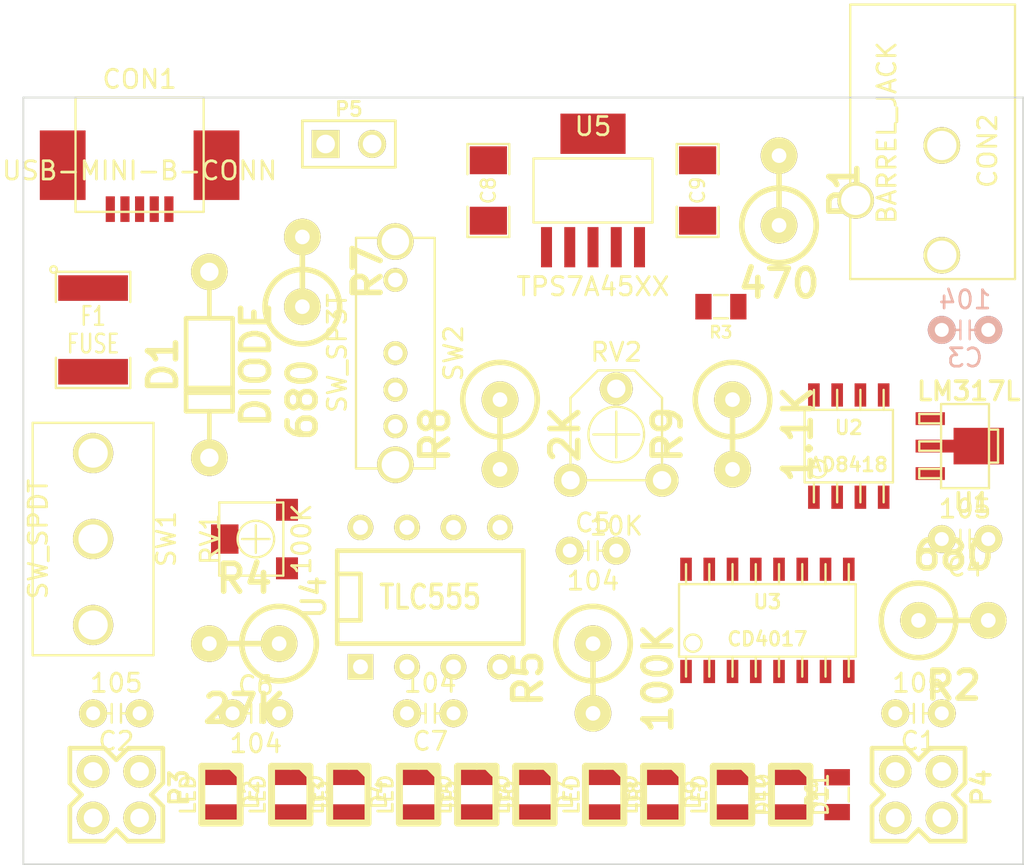
<source format=kicad_pcb>
(kicad_pcb (version 3) (host pcbnew "(2013-07-07 BZR 4022)-stable")

  (general
    (links 98)
    (no_connects 98)
    (area 175.487667 121.416 233.125856 168.960001)
    (thickness 1.6)
    (drawings 4)
    (tracks 0)
    (zones 0)
    (modules 44)
    (nets 30)
  )

  (page A3)
  (layers
    (15 F.Cu signal)
    (0 B.Cu signal)
    (20 B.SilkS user)
    (21 F.SilkS user)
    (22 B.Mask user)
    (23 F.Mask user)
    (28 Edge.Cuts user)
  )

  (setup
    (last_trace_width 0.254)
    (trace_clearance 0.254)
    (zone_clearance 0.508)
    (zone_45_only no)
    (trace_min 0.254)
    (segment_width 0.2)
    (edge_width 0.1)
    (via_size 0.889)
    (via_drill 0.635)
    (via_min_size 0.889)
    (via_min_drill 0.508)
    (uvia_size 0.508)
    (uvia_drill 0.127)
    (uvias_allowed no)
    (uvia_min_size 0.508)
    (uvia_min_drill 0.127)
    (pcb_text_width 0.3)
    (pcb_text_size 1.5 1.5)
    (mod_edge_width 0.127)
    (mod_text_size 1 1)
    (mod_text_width 0.15)
    (pad_size 2 2)
    (pad_drill 1.5)
    (pad_to_mask_clearance 0)
    (aux_axis_origin 0 0)
    (visible_elements 7FFFFBFF)
    (pcbplotparams
      (layerselection 3178497)
      (usegerberextensions true)
      (excludeedgelayer true)
      (linewidth 0.150000)
      (plotframeref false)
      (viasonmask false)
      (mode 1)
      (useauxorigin false)
      (hpglpennumber 1)
      (hpglpenspeed 20)
      (hpglpendiameter 15)
      (hpglpenoverlay 2)
      (psnegative false)
      (psa4output false)
      (plotreference true)
      (plotvalue true)
      (plotothertext true)
      (plotinvisibletext false)
      (padsonsilk false)
      (subtractmaskfromsilk false)
      (outputformat 1)
      (mirror false)
      (drillshape 1)
      (scaleselection 1)
      (outputdirectory ""))
  )

  (net 0 "")
  (net 1 /Connectors/GND)
  (net 2 /Connectors/VHIGH)
  (net 3 /Connectors/V_IN)
  (net 4 "/Main Regulator/VH")
  (net 5 "/Main Regulator/VOUT")
  (net 6 /Monitor/LED_CLK)
  (net 7 /Monitor/VCONTROL)
  (net 8 /Monitor/VIN)
  (net 9 /Monitor/VLED)
  (net 10 N-0000016)
  (net 11 N-0000017)
  (net 12 N-0000018)
  (net 13 N-0000019)
  (net 14 N-0000021)
  (net 15 N-0000023)
  (net 16 N-0000024)
  (net 17 N-0000025)
  (net 18 N-0000026)
  (net 19 N-0000027)
  (net 20 N-0000028)
  (net 21 N-0000029)
  (net 22 N-0000030)
  (net 23 N-0000032)
  (net 24 N-0000033)
  (net 25 N-0000034)
  (net 26 N-0000035)
  (net 27 N-0000036)
  (net 28 N-0000037)
  (net 29 N-000007)

  (net_class Default "This is the default net class."
    (clearance 0.254)
    (trace_width 0.254)
    (via_dia 0.889)
    (via_drill 0.635)
    (uvia_dia 0.508)
    (uvia_drill 0.127)
    (add_net "")
    (add_net /Connectors/GND)
    (add_net /Connectors/VHIGH)
    (add_net /Connectors/V_IN)
    (add_net "/Main Regulator/VH")
    (add_net "/Main Regulator/VOUT")
    (add_net /Monitor/LED_CLK)
    (add_net /Monitor/VCONTROL)
    (add_net /Monitor/VIN)
    (add_net /Monitor/VLED)
    (add_net N-0000016)
    (add_net N-0000017)
    (add_net N-0000018)
    (add_net N-0000019)
    (add_net N-0000021)
    (add_net N-0000023)
    (add_net N-0000024)
    (add_net N-0000025)
    (add_net N-0000026)
    (add_net N-0000027)
    (add_net N-0000028)
    (add_net N-0000029)
    (add_net N-0000030)
    (add_net N-0000032)
    (add_net N-0000033)
    (add_net N-0000034)
    (add_net N-0000035)
    (add_net N-0000036)
    (add_net N-0000037)
    (add_net N-000007)
  )

  (module SW_SPDT_CUSTOM (layer F.Cu) (tedit 53303DCF) (tstamp 533053E4)
    (at 181.61 151.13 270)
    (path /532BC956)
    (fp_text reference SW1 (at 0 -4 270) (layer F.SilkS)
      (effects (font (size 1 1) (thickness 0.15)))
    )
    (fp_text value SW_SPDT (at 0 3 270) (layer F.SilkS)
      (effects (font (size 1 1) (thickness 0.15)))
    )
    (fp_line (start -6.35 -3.3) (end 6.35 -3.3) (layer F.SilkS) (width 0.127))
    (fp_line (start 6.35 -3.3) (end 6.35 3.3) (layer F.SilkS) (width 0.127))
    (fp_line (start 6.35 3.3) (end -6.35 3.3) (layer F.SilkS) (width 0.127))
    (fp_line (start -6.35 3.3) (end -6.35 -3.3) (layer F.SilkS) (width 0.127))
    (pad 1 thru_hole circle (at -4.7 0 270) (size 2.2 2.2) (drill 1.6)
      (layers *.Cu *.Mask F.SilkS)
      (net 8 /Monitor/VIN)
    )
    (pad 2 thru_hole circle (at 0 0 270) (size 2.2 2.2) (drill 1.6)
      (layers *.Cu *.Mask F.SilkS)
      (net 2 /Connectors/VHIGH)
    )
    (pad 3 thru_hole circle (at 4.7 0 270) (size 2.2 2.2) (drill 1.6)
      (layers *.Cu *.Mask F.SilkS)
    )
  )

  (module SM1812 (layer F.Cu) (tedit 3D638E5E) (tstamp 5330548B)
    (at 181.61 139.7 270)
    (tags "CMS SM")
    (path /532FB02F/532FD20C)
    (attr smd)
    (fp_text reference F1 (at -0.74676 0 360) (layer F.SilkS)
      (effects (font (size 1.016 0.762) (thickness 0.127)))
    )
    (fp_text value FUSE (at 0.762 0 360) (layer F.SilkS)
      (effects (font (size 1.016 0.762) (thickness 0.127)))
    )
    (fp_circle (center -3.302 2.159) (end -3.175 2.032) (layer F.SilkS) (width 0.127))
    (fp_line (start 1.524 2.032) (end 3.175 2.032) (layer F.SilkS) (width 0.127))
    (fp_line (start 3.175 2.032) (end 3.175 -2.032) (layer F.SilkS) (width 0.127))
    (fp_line (start 3.175 -2.032) (end 1.524 -2.032) (layer F.SilkS) (width 0.127))
    (fp_line (start -1.524 -2.032) (end -3.175 -2.032) (layer F.SilkS) (width 0.127))
    (fp_line (start -3.175 -2.032) (end -3.175 2.032) (layer F.SilkS) (width 0.127))
    (fp_line (start -3.175 2.032) (end -1.524 2.032) (layer F.SilkS) (width 0.127))
    (pad 1 smd rect (at -2.286 0 270) (size 1.397 3.81)
      (layers F.Cu F.Mask)
      (net 29 N-000007)
    )
    (pad 2 smd rect (at 2.286 0 270) (size 1.397 3.81)
      (layers F.Cu F.Mask)
      (net 2 /Connectors/VHIGH)
    )
    (model smd/chip_cms.wrl
      (at (xyz 0 0 0))
      (scale (xyz 0.21 0.3 0.2))
      (rotate (xyz 0 0 0))
    )
  )

  (module SM0805_Custom (layer F.Cu) (tedit 503BE0E4) (tstamp 533054BB)
    (at 222.25 165.1 90)
    (path /532FC6EC/533055BA)
    (attr smd)
    (fp_text reference R6 (at 0 -1.397 90) (layer F.SilkS)
      (effects (font (size 0.635 0.635) (thickness 0.127)))
    )
    (fp_text value 100 (at 0 1.524 90) (layer F.SilkS) hide
      (effects (font (size 0.635 0.635) (thickness 0.127)))
    )
    (fp_line (start -0.381 0.635) (end 0.381 0.635) (layer F.SilkS) (width 0.127))
    (fp_line (start -0.381 -0.635) (end 0.381 -0.635) (layer F.SilkS) (width 0.127))
    (pad 1 smd rect (at -0.9525 0 90) (size 0.889 1.397)
      (layers F.Cu F.Mask)
      (net 20 N-0000028)
    )
    (pad 2 smd rect (at 0.9525 0 90) (size 0.889 1.397)
      (layers F.Cu F.Mask)
      (net 1 /Connectors/GND)
    )
    (model smd/chip_cms.wrl
      (at (xyz 0 0 0))
      (scale (xyz 0.1 0.1 0.1))
      (rotate (xyz 0 0 0))
    )
  )

  (module PIN_ARRAY_2X2_CUSTOM (layer F.Cu) (tedit 503D406E) (tstamp 53305593)
    (at 182.88 165.1 270)
    (descr "Double rangee de contacts 2 x 2 pins")
    (tags CONN)
    (path /532BD100)
    (fp_text reference P3 (at -0.381 -3.429 270) (layer F.SilkS)
      (effects (font (size 1.016 1.016) (thickness 0.2032)))
    )
    (fp_text value LEFT (at 0 3.048 270) (layer F.SilkS) hide
      (effects (font (size 1.016 1.016) (thickness 0.2032)))
    )
    (fp_line (start 2.54 2.54) (end 0.635 2.54) (layer F.SilkS) (width 0.254))
    (fp_line (start 0.635 2.54) (end 0 1.905) (layer F.SilkS) (width 0.254))
    (fp_line (start 0 1.905) (end -0.635 2.54) (layer F.SilkS) (width 0.254))
    (fp_line (start -0.635 2.54) (end -2.54 2.54) (layer F.SilkS) (width 0.254))
    (fp_line (start -2.54 2.54) (end -2.54 0.635) (layer F.SilkS) (width 0.254))
    (fp_line (start -2.54 0.635) (end -1.905 0) (layer F.SilkS) (width 0.254))
    (fp_line (start -1.905 0) (end -2.54 -0.635) (layer F.SilkS) (width 0.254))
    (fp_line (start -2.54 -0.635) (end -2.54 -2.54) (layer F.SilkS) (width 0.254))
    (fp_line (start -2.54 -2.54) (end -0.635 -2.54) (layer F.SilkS) (width 0.254))
    (fp_line (start -0.635 -2.54) (end 0 -1.905) (layer F.SilkS) (width 0.254))
    (fp_line (start 0 -1.905) (end 0.635 -2.54) (layer F.SilkS) (width 0.254))
    (fp_line (start 0.635 -2.54) (end 2.54 -2.54) (layer F.SilkS) (width 0.254))
    (fp_line (start 2.54 -2.54) (end 2.54 -0.635) (layer F.SilkS) (width 0.254))
    (fp_line (start 2.54 -0.635) (end 1.905 0) (layer F.SilkS) (width 0.254))
    (fp_line (start 1.905 0) (end 2.54 0.635) (layer F.SilkS) (width 0.254))
    (fp_line (start 2.54 0.635) (end 2.54 2.54) (layer F.SilkS) (width 0.254))
    (pad 1 thru_hole circle (at -1.27 1.27 270) (size 1.778 1.778) (drill 1.016)
      (layers *.Cu *.Mask F.SilkS)
      (net 5 "/Main Regulator/VOUT")
    )
    (pad 2 thru_hole circle (at -1.27 -1.27 270) (size 1.778 1.778) (drill 1.016)
      (layers *.Cu *.Mask F.SilkS)
      (net 1 /Connectors/GND)
    )
    (pad 3 thru_hole circle (at 1.27 1.27 270) (size 1.778 1.778) (drill 1.016)
      (layers *.Cu *.Mask F.SilkS)
      (net 5 "/Main Regulator/VOUT")
    )
    (pad 4 thru_hole circle (at 1.27 -1.27 270) (size 1.778 1.778) (drill 1.016)
      (layers *.Cu *.Mask F.SilkS)
      (net 1 /Connectors/GND)
    )
    (model pin_array/pins_array_2x2.wrl
      (at (xyz 0 0 -0.07000000000000001))
      (scale (xyz 1 1 1))
      (rotate (xyz 0 180 0))
    )
  )

  (module PIN_ARRAY_2X2_CUSTOM (layer F.Cu) (tedit 503D406E) (tstamp 533055AB)
    (at 226.695 165.1 270)
    (descr "Double rangee de contacts 2 x 2 pins")
    (tags CONN)
    (path /532BD315)
    (fp_text reference P4 (at -0.381 -3.429 270) (layer F.SilkS)
      (effects (font (size 1.016 1.016) (thickness 0.2032)))
    )
    (fp_text value RIGHT (at 0 3.048 270) (layer F.SilkS) hide
      (effects (font (size 1.016 1.016) (thickness 0.2032)))
    )
    (fp_line (start 2.54 2.54) (end 0.635 2.54) (layer F.SilkS) (width 0.254))
    (fp_line (start 0.635 2.54) (end 0 1.905) (layer F.SilkS) (width 0.254))
    (fp_line (start 0 1.905) (end -0.635 2.54) (layer F.SilkS) (width 0.254))
    (fp_line (start -0.635 2.54) (end -2.54 2.54) (layer F.SilkS) (width 0.254))
    (fp_line (start -2.54 2.54) (end -2.54 0.635) (layer F.SilkS) (width 0.254))
    (fp_line (start -2.54 0.635) (end -1.905 0) (layer F.SilkS) (width 0.254))
    (fp_line (start -1.905 0) (end -2.54 -0.635) (layer F.SilkS) (width 0.254))
    (fp_line (start -2.54 -0.635) (end -2.54 -2.54) (layer F.SilkS) (width 0.254))
    (fp_line (start -2.54 -2.54) (end -0.635 -2.54) (layer F.SilkS) (width 0.254))
    (fp_line (start -0.635 -2.54) (end 0 -1.905) (layer F.SilkS) (width 0.254))
    (fp_line (start 0 -1.905) (end 0.635 -2.54) (layer F.SilkS) (width 0.254))
    (fp_line (start 0.635 -2.54) (end 2.54 -2.54) (layer F.SilkS) (width 0.254))
    (fp_line (start 2.54 -2.54) (end 2.54 -0.635) (layer F.SilkS) (width 0.254))
    (fp_line (start 2.54 -0.635) (end 1.905 0) (layer F.SilkS) (width 0.254))
    (fp_line (start 1.905 0) (end 2.54 0.635) (layer F.SilkS) (width 0.254))
    (fp_line (start 2.54 0.635) (end 2.54 2.54) (layer F.SilkS) (width 0.254))
    (pad 1 thru_hole circle (at -1.27 1.27 270) (size 1.778 1.778) (drill 1.016)
      (layers *.Cu *.Mask F.SilkS)
      (net 5 "/Main Regulator/VOUT")
    )
    (pad 2 thru_hole circle (at -1.27 -1.27 270) (size 1.778 1.778) (drill 1.016)
      (layers *.Cu *.Mask F.SilkS)
      (net 1 /Connectors/GND)
    )
    (pad 3 thru_hole circle (at 1.27 1.27 270) (size 1.778 1.778) (drill 1.016)
      (layers *.Cu *.Mask F.SilkS)
      (net 5 "/Main Regulator/VOUT")
    )
    (pad 4 thru_hole circle (at 1.27 -1.27 270) (size 1.778 1.778) (drill 1.016)
      (layers *.Cu *.Mask F.SilkS)
      (net 1 /Connectors/GND)
    )
    (model pin_array/pins_array_2x2.wrl
      (at (xyz 0 0 -0.07000000000000001))
      (scale (xyz 1 1 1))
      (rotate (xyz 0 180 0))
    )
  )

  (module PIN_ARRAY_2X1 (layer F.Cu) (tedit 4565C520) (tstamp 533055C9)
    (at 195.58 129.54)
    (descr "Connecteurs 2 pins")
    (tags "CONN DEV")
    (path /532FB02F/532FB084)
    (fp_text reference P5 (at 0 -1.905) (layer F.SilkS)
      (effects (font (size 0.762 0.762) (thickness 0.1524)))
    )
    (fp_text value "Spring Terminal" (at 0 -1.905) (layer F.SilkS) hide
      (effects (font (size 0.762 0.762) (thickness 0.1524)))
    )
    (fp_line (start -2.54 1.27) (end -2.54 -1.27) (layer F.SilkS) (width 0.1524))
    (fp_line (start -2.54 -1.27) (end 2.54 -1.27) (layer F.SilkS) (width 0.1524))
    (fp_line (start 2.54 -1.27) (end 2.54 1.27) (layer F.SilkS) (width 0.1524))
    (fp_line (start 2.54 1.27) (end -2.54 1.27) (layer F.SilkS) (width 0.1524))
    (pad 1 thru_hole rect (at -1.27 0) (size 1.524 1.524) (drill 1.016)
      (layers *.Cu *.Mask F.SilkS)
      (net 1 /Connectors/GND)
    )
    (pad 2 thru_hole circle (at 1.27 0) (size 1.524 1.524) (drill 1.016)
      (layers *.Cu *.Mask F.SilkS)
      (net 3 /Connectors/V_IN)
    )
    (model pin_array/pins_array_2x1.wrl
      (at (xyz 0 0 0))
      (scale (xyz 1 1 1))
      (rotate (xyz 0 0 0))
    )
  )

  (module Cree_CLM3C (layer F.Cu) (tedit 4D0B7E6E) (tstamp 53305605)
    (at 199.39 165.1 270)
    (path /532FC6EC/532FC714)
    (fp_text reference D5 (at 0 -1.651 270) (layer F.SilkS)
      (effects (font (size 0.8001 0.8001) (thickness 0.14986)))
    )
    (fp_text value LED (at 0 1.80086 270) (layer F.SilkS)
      (effects (font (size 0.8001 0.8001) (thickness 0.14986)))
    )
    (fp_line (start -1.5494 -0.55118) (end -1.04902 -1.04902) (layer F.SilkS) (width 0.381))
    (fp_line (start -1.5494 0) (end -1.5494 -1.04902) (layer F.SilkS) (width 0.381))
    (fp_line (start -1.5494 -1.04902) (end 1.5494 -1.04902) (layer F.SilkS) (width 0.381))
    (fp_line (start 1.5494 -1.04902) (end 1.5494 1.04902) (layer F.SilkS) (width 0.381))
    (fp_line (start 1.5494 1.04902) (end -1.5494 1.04902) (layer F.SilkS) (width 0.381))
    (fp_line (start -1.5494 1.04902) (end -1.5494 0) (layer F.SilkS) (width 0.381))
    (pad 1 smd rect (at -1.12522 0 270) (size 1.19888 1.80086)
      (layers F.Cu F.Mask)
      (net 21 N-0000029)
    )
    (pad 2 smd rect (at 1.12522 0 270) (size 1.19888 1.80086)
      (layers F.Cu F.Mask)
      (net 20 N-0000028)
    )
    (model walter\smd_leds\cree_clm3c.wrl
      (at (xyz 0 0 0))
      (scale (xyz 1 1 1))
      (rotate (xyz 0 0 0))
    )
  )

  (module Cree_CLM3C (layer F.Cu) (tedit 4D0B7E6E) (tstamp 53305611)
    (at 202.565 165.1 270)
    (path /532FC6EC/532FC71A)
    (fp_text reference D6 (at 0 -1.651 270) (layer F.SilkS)
      (effects (font (size 0.8001 0.8001) (thickness 0.14986)))
    )
    (fp_text value LED (at 0 1.80086 270) (layer F.SilkS)
      (effects (font (size 0.8001 0.8001) (thickness 0.14986)))
    )
    (fp_line (start -1.5494 -0.55118) (end -1.04902 -1.04902) (layer F.SilkS) (width 0.381))
    (fp_line (start -1.5494 0) (end -1.5494 -1.04902) (layer F.SilkS) (width 0.381))
    (fp_line (start -1.5494 -1.04902) (end 1.5494 -1.04902) (layer F.SilkS) (width 0.381))
    (fp_line (start 1.5494 -1.04902) (end 1.5494 1.04902) (layer F.SilkS) (width 0.381))
    (fp_line (start 1.5494 1.04902) (end -1.5494 1.04902) (layer F.SilkS) (width 0.381))
    (fp_line (start -1.5494 1.04902) (end -1.5494 0) (layer F.SilkS) (width 0.381))
    (pad 1 smd rect (at -1.12522 0 270) (size 1.19888 1.80086)
      (layers F.Cu F.Mask)
      (net 23 N-0000032)
    )
    (pad 2 smd rect (at 1.12522 0 270) (size 1.19888 1.80086)
      (layers F.Cu F.Mask)
      (net 20 N-0000028)
    )
    (model walter\smd_leds\cree_clm3c.wrl
      (at (xyz 0 0 0))
      (scale (xyz 1 1 1))
      (rotate (xyz 0 0 0))
    )
  )

  (module Cree_CLM3C (layer F.Cu) (tedit 4D0B7E6E) (tstamp 5330561D)
    (at 205.74 165.1 270)
    (path /532FC6EC/532FC720)
    (fp_text reference D7 (at 0 -1.651 270) (layer F.SilkS)
      (effects (font (size 0.8001 0.8001) (thickness 0.14986)))
    )
    (fp_text value LED (at 0 1.80086 270) (layer F.SilkS)
      (effects (font (size 0.8001 0.8001) (thickness 0.14986)))
    )
    (fp_line (start -1.5494 -0.55118) (end -1.04902 -1.04902) (layer F.SilkS) (width 0.381))
    (fp_line (start -1.5494 0) (end -1.5494 -1.04902) (layer F.SilkS) (width 0.381))
    (fp_line (start -1.5494 -1.04902) (end 1.5494 -1.04902) (layer F.SilkS) (width 0.381))
    (fp_line (start 1.5494 -1.04902) (end 1.5494 1.04902) (layer F.SilkS) (width 0.381))
    (fp_line (start 1.5494 1.04902) (end -1.5494 1.04902) (layer F.SilkS) (width 0.381))
    (fp_line (start -1.5494 1.04902) (end -1.5494 0) (layer F.SilkS) (width 0.381))
    (pad 1 smd rect (at -1.12522 0 270) (size 1.19888 1.80086)
      (layers F.Cu F.Mask)
      (net 19 N-0000027)
    )
    (pad 2 smd rect (at 1.12522 0 270) (size 1.19888 1.80086)
      (layers F.Cu F.Mask)
      (net 20 N-0000028)
    )
    (model walter\smd_leds\cree_clm3c.wrl
      (at (xyz 0 0 0))
      (scale (xyz 1 1 1))
      (rotate (xyz 0 0 0))
    )
  )

  (module Cree_CLM3C (layer F.Cu) (tedit 4D0B7E6E) (tstamp 53305629)
    (at 209.55 165.1 270)
    (path /532FC6EC/532FC726)
    (fp_text reference D8 (at 0 -1.651 270) (layer F.SilkS)
      (effects (font (size 0.8001 0.8001) (thickness 0.14986)))
    )
    (fp_text value LED (at 0 1.80086 270) (layer F.SilkS)
      (effects (font (size 0.8001 0.8001) (thickness 0.14986)))
    )
    (fp_line (start -1.5494 -0.55118) (end -1.04902 -1.04902) (layer F.SilkS) (width 0.381))
    (fp_line (start -1.5494 0) (end -1.5494 -1.04902) (layer F.SilkS) (width 0.381))
    (fp_line (start -1.5494 -1.04902) (end 1.5494 -1.04902) (layer F.SilkS) (width 0.381))
    (fp_line (start 1.5494 -1.04902) (end 1.5494 1.04902) (layer F.SilkS) (width 0.381))
    (fp_line (start 1.5494 1.04902) (end -1.5494 1.04902) (layer F.SilkS) (width 0.381))
    (fp_line (start -1.5494 1.04902) (end -1.5494 0) (layer F.SilkS) (width 0.381))
    (pad 1 smd rect (at -1.12522 0 270) (size 1.19888 1.80086)
      (layers F.Cu F.Mask)
      (net 27 N-0000036)
    )
    (pad 2 smd rect (at 1.12522 0 270) (size 1.19888 1.80086)
      (layers F.Cu F.Mask)
      (net 20 N-0000028)
    )
    (model walter\smd_leds\cree_clm3c.wrl
      (at (xyz 0 0 0))
      (scale (xyz 1 1 1))
      (rotate (xyz 0 0 0))
    )
  )

  (module Cree_CLM3C (layer F.Cu) (tedit 4D0B7E6E) (tstamp 53305635)
    (at 212.725 165.1 270)
    (path /532FC6EC/532FC72C)
    (fp_text reference D9 (at 0 -1.651 270) (layer F.SilkS)
      (effects (font (size 0.8001 0.8001) (thickness 0.14986)))
    )
    (fp_text value LED (at 0 1.80086 270) (layer F.SilkS)
      (effects (font (size 0.8001 0.8001) (thickness 0.14986)))
    )
    (fp_line (start -1.5494 -0.55118) (end -1.04902 -1.04902) (layer F.SilkS) (width 0.381))
    (fp_line (start -1.5494 0) (end -1.5494 -1.04902) (layer F.SilkS) (width 0.381))
    (fp_line (start -1.5494 -1.04902) (end 1.5494 -1.04902) (layer F.SilkS) (width 0.381))
    (fp_line (start 1.5494 -1.04902) (end 1.5494 1.04902) (layer F.SilkS) (width 0.381))
    (fp_line (start 1.5494 1.04902) (end -1.5494 1.04902) (layer F.SilkS) (width 0.381))
    (fp_line (start -1.5494 1.04902) (end -1.5494 0) (layer F.SilkS) (width 0.381))
    (pad 1 smd rect (at -1.12522 0 270) (size 1.19888 1.80086)
      (layers F.Cu F.Mask)
      (net 18 N-0000026)
    )
    (pad 2 smd rect (at 1.12522 0 270) (size 1.19888 1.80086)
      (layers F.Cu F.Mask)
      (net 20 N-0000028)
    )
    (model walter\smd_leds\cree_clm3c.wrl
      (at (xyz 0 0 0))
      (scale (xyz 1 1 1))
      (rotate (xyz 0 0 0))
    )
  )

  (module Cree_CLM3C (layer F.Cu) (tedit 4D0B7E6E) (tstamp 53305641)
    (at 216.535 165.1 270)
    (path /532FC6EC/532FC732)
    (fp_text reference D10 (at 0 -1.651 270) (layer F.SilkS)
      (effects (font (size 0.8001 0.8001) (thickness 0.14986)))
    )
    (fp_text value LED (at 0 1.80086 270) (layer F.SilkS)
      (effects (font (size 0.8001 0.8001) (thickness 0.14986)))
    )
    (fp_line (start -1.5494 -0.55118) (end -1.04902 -1.04902) (layer F.SilkS) (width 0.381))
    (fp_line (start -1.5494 0) (end -1.5494 -1.04902) (layer F.SilkS) (width 0.381))
    (fp_line (start -1.5494 -1.04902) (end 1.5494 -1.04902) (layer F.SilkS) (width 0.381))
    (fp_line (start 1.5494 -1.04902) (end 1.5494 1.04902) (layer F.SilkS) (width 0.381))
    (fp_line (start 1.5494 1.04902) (end -1.5494 1.04902) (layer F.SilkS) (width 0.381))
    (fp_line (start -1.5494 1.04902) (end -1.5494 0) (layer F.SilkS) (width 0.381))
    (pad 1 smd rect (at -1.12522 0 270) (size 1.19888 1.80086)
      (layers F.Cu F.Mask)
      (net 24 N-0000033)
    )
    (pad 2 smd rect (at 1.12522 0 270) (size 1.19888 1.80086)
      (layers F.Cu F.Mask)
      (net 20 N-0000028)
    )
    (model walter\smd_leds\cree_clm3c.wrl
      (at (xyz 0 0 0))
      (scale (xyz 1 1 1))
      (rotate (xyz 0 0 0))
    )
  )

  (module Cree_CLM3C (layer F.Cu) (tedit 4D0B7E6E) (tstamp 5330564D)
    (at 219.71 165.1 270)
    (path /532FC6EC/532FC738)
    (fp_text reference D11 (at 0 -1.651 270) (layer F.SilkS)
      (effects (font (size 0.8001 0.8001) (thickness 0.14986)))
    )
    (fp_text value LED (at 0 1.80086 270) (layer F.SilkS)
      (effects (font (size 0.8001 0.8001) (thickness 0.14986)))
    )
    (fp_line (start -1.5494 -0.55118) (end -1.04902 -1.04902) (layer F.SilkS) (width 0.381))
    (fp_line (start -1.5494 0) (end -1.5494 -1.04902) (layer F.SilkS) (width 0.381))
    (fp_line (start -1.5494 -1.04902) (end 1.5494 -1.04902) (layer F.SilkS) (width 0.381))
    (fp_line (start 1.5494 -1.04902) (end 1.5494 1.04902) (layer F.SilkS) (width 0.381))
    (fp_line (start 1.5494 1.04902) (end -1.5494 1.04902) (layer F.SilkS) (width 0.381))
    (fp_line (start -1.5494 1.04902) (end -1.5494 0) (layer F.SilkS) (width 0.381))
    (pad 1 smd rect (at -1.12522 0 270) (size 1.19888 1.80086)
      (layers F.Cu F.Mask)
      (net 17 N-0000025)
    )
    (pad 2 smd rect (at 1.12522 0 270) (size 1.19888 1.80086)
      (layers F.Cu F.Mask)
      (net 20 N-0000028)
    )
    (model walter\smd_leds\cree_clm3c.wrl
      (at (xyz 0 0 0))
      (scale (xyz 1 1 1))
      (rotate (xyz 0 0 0))
    )
  )

  (module Cree_CLM3C (layer F.Cu) (tedit 4D0B7E6E) (tstamp 53305671)
    (at 195.58 165.1 270)
    (path /532FC6EC/532FC70E)
    (fp_text reference D4 (at 0 -1.651 270) (layer F.SilkS)
      (effects (font (size 0.8001 0.8001) (thickness 0.14986)))
    )
    (fp_text value LED (at 0 1.80086 270) (layer F.SilkS)
      (effects (font (size 0.8001 0.8001) (thickness 0.14986)))
    )
    (fp_line (start -1.5494 -0.55118) (end -1.04902 -1.04902) (layer F.SilkS) (width 0.381))
    (fp_line (start -1.5494 0) (end -1.5494 -1.04902) (layer F.SilkS) (width 0.381))
    (fp_line (start -1.5494 -1.04902) (end 1.5494 -1.04902) (layer F.SilkS) (width 0.381))
    (fp_line (start 1.5494 -1.04902) (end 1.5494 1.04902) (layer F.SilkS) (width 0.381))
    (fp_line (start 1.5494 1.04902) (end -1.5494 1.04902) (layer F.SilkS) (width 0.381))
    (fp_line (start -1.5494 1.04902) (end -1.5494 0) (layer F.SilkS) (width 0.381))
    (pad 1 smd rect (at -1.12522 0 270) (size 1.19888 1.80086)
      (layers F.Cu F.Mask)
      (net 25 N-0000034)
    )
    (pad 2 smd rect (at 1.12522 0 270) (size 1.19888 1.80086)
      (layers F.Cu F.Mask)
      (net 20 N-0000028)
    )
    (model walter\smd_leds\cree_clm3c.wrl
      (at (xyz 0 0 0))
      (scale (xyz 1 1 1))
      (rotate (xyz 0 0 0))
    )
  )

  (module CAP (layer F.Cu) (tedit 532FAE71) (tstamp 5330567B)
    (at 200.025 160.655 180)
    (path /532FC6EC/532FDE6D)
    (fp_text reference C7 (at 0 -1.524 180) (layer F.SilkS)
      (effects (font (size 1 1) (thickness 0.15)))
    )
    (fp_text value 104 (at 0 1.651 180) (layer F.SilkS)
      (effects (font (size 1 1) (thickness 0.15)))
    )
    (fp_line (start -0.254 0) (end -0.508 0) (layer F.SilkS) (width 0.127))
    (fp_line (start 0.254 0) (end 0.508 0) (layer F.SilkS) (width 0.127))
    (fp_line (start 0.254 0.508) (end 0.254 -0.508) (layer F.SilkS) (width 0.127))
    (fp_line (start -0.254 -0.508) (end -0.254 0.508) (layer F.SilkS) (width 0.127))
    (pad 1 thru_hole circle (at -1.27 0 180) (size 1.524 1.524) (drill 0.762)
      (layers *.Cu *.Mask F.SilkS)
      (net 9 /Monitor/VLED)
    )
    (pad 2 thru_hole circle (at 1.27 0 180) (size 1.524 1.524) (drill 0.762)
      (layers *.Cu *.Mask F.SilkS)
      (net 1 /Connectors/GND)
    )
  )

  (module CAP (layer F.Cu) (tedit 532FAE71) (tstamp 53305699)
    (at 182.88 160.655 180)
    (path /532C2761)
    (fp_text reference C2 (at 0 -1.524 180) (layer F.SilkS)
      (effects (font (size 1 1) (thickness 0.15)))
    )
    (fp_text value 105 (at 0 1.651 180) (layer F.SilkS)
      (effects (font (size 1 1) (thickness 0.15)))
    )
    (fp_line (start -0.254 0) (end -0.508 0) (layer F.SilkS) (width 0.127))
    (fp_line (start 0.254 0) (end 0.508 0) (layer F.SilkS) (width 0.127))
    (fp_line (start 0.254 0.508) (end 0.254 -0.508) (layer F.SilkS) (width 0.127))
    (fp_line (start -0.254 -0.508) (end -0.254 0.508) (layer F.SilkS) (width 0.127))
    (pad 1 thru_hole circle (at -1.27 0 180) (size 1.524 1.524) (drill 0.762)
      (layers *.Cu *.Mask F.SilkS)
      (net 1 /Connectors/GND)
    )
    (pad 2 thru_hole circle (at 1.27 0 180) (size 1.524 1.524) (drill 0.762)
      (layers *.Cu *.Mask F.SilkS)
      (net 5 "/Main Regulator/VOUT")
    )
  )

  (module CAP (layer F.Cu) (tedit 532FAE71) (tstamp 533056A3)
    (at 226.695 160.655 180)
    (path /532C275B)
    (fp_text reference C1 (at 0 -1.524 180) (layer F.SilkS)
      (effects (font (size 1 1) (thickness 0.15)))
    )
    (fp_text value 105 (at 0 1.651 180) (layer F.SilkS)
      (effects (font (size 1 1) (thickness 0.15)))
    )
    (fp_line (start -0.254 0) (end -0.508 0) (layer F.SilkS) (width 0.127))
    (fp_line (start 0.254 0) (end 0.508 0) (layer F.SilkS) (width 0.127))
    (fp_line (start 0.254 0.508) (end 0.254 -0.508) (layer F.SilkS) (width 0.127))
    (fp_line (start -0.254 -0.508) (end -0.254 0.508) (layer F.SilkS) (width 0.127))
    (pad 1 thru_hole circle (at -1.27 0 180) (size 1.524 1.524) (drill 0.762)
      (layers *.Cu *.Mask F.SilkS)
      (net 1 /Connectors/GND)
    )
    (pad 2 thru_hole circle (at 1.27 0 180) (size 1.524 1.524) (drill 0.762)
      (layers *.Cu *.Mask F.SilkS)
      (net 5 "/Main Regulator/VOUT")
    )
  )

  (module CAP (layer F.Cu) (tedit 532FAE71) (tstamp 533056AD)
    (at 190.5 160.655)
    (path /532FC6EC/532FDE66)
    (fp_text reference C6 (at 0 -1.524) (layer F.SilkS)
      (effects (font (size 1 1) (thickness 0.15)))
    )
    (fp_text value 104 (at 0 1.651) (layer F.SilkS)
      (effects (font (size 1 1) (thickness 0.15)))
    )
    (fp_line (start -0.254 0) (end -0.508 0) (layer F.SilkS) (width 0.127))
    (fp_line (start 0.254 0) (end 0.508 0) (layer F.SilkS) (width 0.127))
    (fp_line (start 0.254 0.508) (end 0.254 -0.508) (layer F.SilkS) (width 0.127))
    (fp_line (start -0.254 -0.508) (end -0.254 0.508) (layer F.SilkS) (width 0.127))
    (pad 1 thru_hole circle (at -1.27 0) (size 1.524 1.524) (drill 0.762)
      (layers *.Cu *.Mask F.SilkS)
      (net 1 /Connectors/GND)
    )
    (pad 2 thru_hole circle (at 1.27 0) (size 1.524 1.524) (drill 0.762)
      (layers *.Cu *.Mask F.SilkS)
      (net 16 N-0000024)
    )
  )

  (module CAP (layer F.Cu) (tedit 532FAE71) (tstamp 533056B7)
    (at 208.915 151.765)
    (path /532FC6EC/532FDE73)
    (fp_text reference C5 (at 0 -1.524) (layer F.SilkS)
      (effects (font (size 1 1) (thickness 0.15)))
    )
    (fp_text value 104 (at 0 1.651) (layer F.SilkS)
      (effects (font (size 1 1) (thickness 0.15)))
    )
    (fp_line (start -0.254 0) (end -0.508 0) (layer F.SilkS) (width 0.127))
    (fp_line (start 0.254 0) (end 0.508 0) (layer F.SilkS) (width 0.127))
    (fp_line (start 0.254 0.508) (end 0.254 -0.508) (layer F.SilkS) (width 0.127))
    (fp_line (start -0.254 -0.508) (end -0.254 0.508) (layer F.SilkS) (width 0.127))
    (pad 1 thru_hole circle (at -1.27 0) (size 1.524 1.524) (drill 0.762)
      (layers *.Cu *.Mask F.SilkS)
      (net 7 /Monitor/VCONTROL)
    )
    (pad 2 thru_hole circle (at 1.27 0) (size 1.524 1.524) (drill 0.762)
      (layers *.Cu *.Mask F.SilkS)
      (net 1 /Connectors/GND)
    )
  )

  (module SW_SP3T (layer F.Cu) (tedit 53304A3E) (tstamp 53306AAC)
    (at 198.12 140.97 270)
    (path /532FB6CB/532FB7B4)
    (fp_text reference SW2 (at 0 -3.175 270) (layer F.SilkS)
      (effects (font (size 1 1) (thickness 0.15)))
    )
    (fp_text value SW_SP3T (at 0 3.175 270) (layer F.SilkS)
      (effects (font (size 1 1) (thickness 0.15)))
    )
    (fp_line (start -6.3 -2.15) (end 6.3 -2.15) (layer F.SilkS) (width 0.127))
    (fp_line (start 6.3 -2.15) (end 6.3 2.15) (layer F.SilkS) (width 0.127))
    (fp_line (start 6.3 2.15) (end -6.3 2.15) (layer F.SilkS) (width 0.127))
    (fp_line (start -6.3 2.15) (end -6.3 -2.15) (layer F.SilkS) (width 0.127))
    (pad 1 thru_hole circle (at -4 0 270) (size 1.3 1.3) (drill 0.8)
      (layers *.Cu *.Mask F.SilkS)
      (net 13 N-0000019)
    )
    (pad 2 thru_hole circle (at 0 0 270) (size 1.3 1.3) (drill 0.8)
      (layers *.Cu *.Mask F.SilkS)
      (net 11 N-0000017)
    )
    (pad 3 thru_hole circle (at 2 0 270) (size 1.3 1.3) (drill 0.8)
      (layers *.Cu *.Mask F.SilkS)
      (net 12 N-0000018)
    )
    (pad 4 thru_hole circle (at 4 0 270) (size 1.3 1.3) (drill 0.8)
      (layers *.Cu *.Mask F.SilkS)
      (net 10 N-0000016)
    )
    (pad "" thru_hole circle (at -6.1 0 270) (size 2 2) (drill 1.5)
      (layers *.Cu *.Mask F.SilkS)
    )
    (pad "" thru_hole circle (at 6.1 0 270) (size 2 2) (drill 1.5)
      (layers *.Cu *.Mask F.SilkS)
    )
  )

  (module Cree_CLM3C (layer F.Cu) (tedit 4D0B7E6E) (tstamp 533055D9)
    (at 188.595 165.1 270)
    (path /532FC6EC/532FC702)
    (fp_text reference D2 (at 0 -1.651 270) (layer F.SilkS)
      (effects (font (size 0.8001 0.8001) (thickness 0.14986)))
    )
    (fp_text value LED (at 0 1.80086 270) (layer F.SilkS)
      (effects (font (size 0.8001 0.8001) (thickness 0.14986)))
    )
    (fp_line (start -1.5494 -0.55118) (end -1.04902 -1.04902) (layer F.SilkS) (width 0.381))
    (fp_line (start -1.5494 0) (end -1.5494 -1.04902) (layer F.SilkS) (width 0.381))
    (fp_line (start -1.5494 -1.04902) (end 1.5494 -1.04902) (layer F.SilkS) (width 0.381))
    (fp_line (start 1.5494 -1.04902) (end 1.5494 1.04902) (layer F.SilkS) (width 0.381))
    (fp_line (start 1.5494 1.04902) (end -1.5494 1.04902) (layer F.SilkS) (width 0.381))
    (fp_line (start -1.5494 1.04902) (end -1.5494 0) (layer F.SilkS) (width 0.381))
    (pad 1 smd rect (at -1.12522 0 270) (size 1.19888 1.80086)
      (layers F.Cu F.Mask)
      (net 26 N-0000035)
    )
    (pad 2 smd rect (at 1.12522 0 270) (size 1.19888 1.80086)
      (layers F.Cu F.Mask)
      (net 20 N-0000028)
    )
    (model walter\smd_leds\cree_clm3c.wrl
      (at (xyz 0 0 0))
      (scale (xyz 1 1 1))
      (rotate (xyz 0 0 0))
    )
  )

  (module Cree_CLM3C (layer F.Cu) (tedit 4D0B7E6E) (tstamp 533055F9)
    (at 192.405 165.1 270)
    (path /532FC6EC/532FC708)
    (fp_text reference D3 (at 0 -1.651 270) (layer F.SilkS)
      (effects (font (size 0.8001 0.8001) (thickness 0.14986)))
    )
    (fp_text value LED (at 0 1.80086 270) (layer F.SilkS)
      (effects (font (size 0.8001 0.8001) (thickness 0.14986)))
    )
    (fp_line (start -1.5494 -0.55118) (end -1.04902 -1.04902) (layer F.SilkS) (width 0.381))
    (fp_line (start -1.5494 0) (end -1.5494 -1.04902) (layer F.SilkS) (width 0.381))
    (fp_line (start -1.5494 -1.04902) (end 1.5494 -1.04902) (layer F.SilkS) (width 0.381))
    (fp_line (start 1.5494 -1.04902) (end 1.5494 1.04902) (layer F.SilkS) (width 0.381))
    (fp_line (start 1.5494 1.04902) (end -1.5494 1.04902) (layer F.SilkS) (width 0.381))
    (fp_line (start -1.5494 1.04902) (end -1.5494 0) (layer F.SilkS) (width 0.381))
    (pad 1 smd rect (at -1.12522 0 270) (size 1.19888 1.80086)
      (layers F.Cu F.Mask)
      (net 22 N-0000030)
    )
    (pad 2 smd rect (at 1.12522 0 270) (size 1.19888 1.80086)
      (layers F.Cu F.Mask)
      (net 20 N-0000028)
    )
    (model walter\smd_leds\cree_clm3c.wrl
      (at (xyz 0 0 0))
      (scale (xyz 1 1 1))
      (rotate (xyz 0 0 0))
    )
  )

  (module Barrel_Jack (layer F.Cu) (tedit 532FBDFB) (tstamp 533053CE)
    (at 227.965 121.92 270)
    (path /532FB02F/532FB078)
    (fp_text reference CON2 (at 8 -2.5 270) (layer F.SilkS)
      (effects (font (size 1 1) (thickness 0.15)))
    )
    (fp_text value BARREL_JACK (at 7 3 270) (layer F.SilkS)
      (effects (font (size 1 1) (thickness 0.15)))
    )
    (fp_line (start 0 5) (end 15 5) (layer F.SilkS) (width 0.127))
    (fp_line (start 15 5) (end 15 -4) (layer F.SilkS) (width 0.127))
    (fp_line (start 15 -4) (end 0 -4) (layer F.SilkS) (width 0.127))
    (fp_line (start 0 -4) (end 0 5) (layer F.SilkS) (width 0.127))
    (pad 1 thru_hole circle (at 13.7 0 270) (size 2 2) (drill 1.6)
      (layers *.Cu *.Mask F.SilkS)
      (net 3 /Connectors/V_IN)
    )
    (pad 2 thru_hole circle (at 7.7 0 270) (size 2 2) (drill 1.6)
      (layers *.Cu *.Mask F.SilkS)
      (net 1 /Connectors/GND)
    )
    (pad 3 thru_hole circle (at 10.7 4.7 270) (size 2 2) (drill 1.6)
      (layers *.Cu *.Mask F.SilkS)
      (net 1 /Connectors/GND)
    )
  )

  (module USB_MINI_B_SMD_NO_TACK (layer F.Cu) (tedit 532FB93B) (tstamp 533056C2)
    (at 184.15 127 180)
    (path /532FB02F/532FB097)
    (fp_text reference CON1 (at 0 1 180) (layer F.SilkS)
      (effects (font (size 1 1) (thickness 0.15)))
    )
    (fp_text value USB-MINI-B-CONN (at 0 -4 180) (layer F.SilkS)
      (effects (font (size 1 1) (thickness 0.15)))
    )
    (fp_line (start 2 -6.25) (end 3.5 -6.25) (layer F.SilkS) (width 0.127))
    (fp_line (start 3.5 -6.25) (end 3.5 0) (layer F.SilkS) (width 0.127))
    (fp_line (start 3.5 0) (end -3.5 0) (layer F.SilkS) (width 0.127))
    (fp_line (start -3.5 0) (end -3.5 -6.25) (layer F.SilkS) (width 0.127))
    (fp_line (start -3.5 -6.25) (end 2 -6.25) (layer F.SilkS) (width 0.127))
    (pad 1 smd rect (at -1.6 -6.1 180) (size 0.5 1.4)
      (layers F.Cu F.Mask)
      (net 3 /Connectors/V_IN)
    )
    (pad 2 smd rect (at -0.8 -6.1 180) (size 0.5 1.4)
      (layers F.Cu F.Mask)
    )
    (pad 3 smd rect (at 0 -6.1 180) (size 0.5 1.4)
      (layers F.Cu F.Mask)
    )
    (pad 4 smd rect (at 0.8 -6.1 180) (size 0.5 1.4)
      (layers F.Cu F.Mask)
    )
    (pad 5 smd rect (at 1.6 -6.1 180) (size 0.5 1.4)
      (layers F.Cu F.Mask)
      (net 1 /Connectors/GND)
    )
    (pad 6 smd rect (at 4.2 -3.7 180) (size 2.5 3.8)
      (layers F.Cu F.Mask)
    )
    (pad 7 smd rect (at -4.2 -3.7 180) (size 2.5 3.8)
      (layers F.Cu F.Mask)
    )
  )

  (module rc07_vert (layer F.Cu) (tedit 53304A34) (tstamp 53305509)
    (at 219.075 132.08 90)
    (descr "Resistor, RC07 vertical")
    (path /532FC6EC/532FC744)
    (fp_text reference R1 (at 0 3.556 90) (layer F.SilkS)
      (effects (font (size 1.524 1.524) (thickness 0.3048)))
    )
    (fp_text value 470 (at -5.08 0 180) (layer F.SilkS)
      (effects (font (size 1.524 1.524) (thickness 0.3048)))
    )
    (fp_line (start 1.905 0) (end -1.905 0) (layer F.SilkS) (width 0.3048))
    (fp_circle (center -1.905 0) (end -3.937 0.127) (layer F.SilkS) (width 0.3048))
    (pad 1 thru_hole circle (at -1.905 0 90) (size 1.99898 1.99898) (drill 0.8001)
      (layers *.Cu *.Mask F.SilkS)
      (net 9 /Monitor/VLED)
    )
    (pad 2 thru_hole circle (at 1.905 0 90) (size 1.99898 1.99898) (drill 0.8001)
      (layers *.Cu *.Mask F.SilkS)
      (net 28 N-0000037)
    )
    (model walter\pth_resistors\rc07vert.wrl
      (at (xyz 0 0 0))
      (scale (xyz 1 1 1))
      (rotate (xyz 0 0 0))
    )
  )

  (module rc07_vert (layer F.Cu) (tedit 4B90E14B) (tstamp 53305525)
    (at 228.6 155.575)
    (descr "Resistor, RC07 vertical")
    (path /532FC6EC/532FC74A)
    (fp_text reference R2 (at 0 3.556) (layer F.SilkS)
      (effects (font (size 1.524 1.524) (thickness 0.3048)))
    )
    (fp_text value 680 (at 0 -3.556) (layer F.SilkS)
      (effects (font (size 1.524 1.524) (thickness 0.3048)))
    )
    (fp_line (start 1.905 0) (end -1.905 0) (layer F.SilkS) (width 0.3048))
    (fp_circle (center -1.905 0) (end -3.937 0.127) (layer F.SilkS) (width 0.3048))
    (pad 1 thru_hole circle (at -1.905 0) (size 1.99898 1.99898) (drill 0.8001)
      (layers *.Cu *.Mask F.SilkS)
      (net 28 N-0000037)
    )
    (pad 2 thru_hole circle (at 1.905 0) (size 1.99898 1.99898) (drill 0.8001)
      (layers *.Cu *.Mask F.SilkS)
      (net 1 /Connectors/GND)
    )
    (model walter\pth_resistors\rc07vert.wrl
      (at (xyz 0 0 0))
      (scale (xyz 1 1 1))
      (rotate (xyz 0 0 0))
    )
  )

  (module rc07_vert (layer F.Cu) (tedit 53305273) (tstamp 53305533)
    (at 193.04 136.525 90)
    (descr "Resistor, RC07 vertical")
    (path /532FB6CB/532FB797)
    (fp_text reference R7 (at 0 3.556 90) (layer F.SilkS)
      (effects (font (size 1.524 1.524) (thickness 0.3048)))
    )
    (fp_text value 680 (at -6.985 0 90) (layer F.SilkS)
      (effects (font (size 1.524 1.524) (thickness 0.3048)))
    )
    (fp_line (start 1.905 0) (end -1.905 0) (layer F.SilkS) (width 0.3048))
    (fp_circle (center -1.905 0) (end -3.937 0.127) (layer F.SilkS) (width 0.3048))
    (pad 1 thru_hole circle (at -1.905 0 90) (size 1.99898 1.99898) (drill 0.8001)
      (layers *.Cu *.Mask F.SilkS)
      (net 11 N-0000017)
    )
    (pad 2 thru_hole circle (at 1.905 0 90) (size 1.99898 1.99898) (drill 0.8001)
      (layers *.Cu *.Mask F.SilkS)
      (net 1 /Connectors/GND)
    )
    (model walter\pth_resistors\rc07vert.wrl
      (at (xyz 0 0 0))
      (scale (xyz 1 1 1))
      (rotate (xyz 0 0 0))
    )
  )

  (module rc07_vert (layer F.Cu) (tedit 4B90E14B) (tstamp 53306AB5)
    (at 203.835 145.415 270)
    (descr "Resistor, RC07 vertical")
    (path /532FB6CB/532FB7A4)
    (fp_text reference R8 (at 0 3.556 270) (layer F.SilkS)
      (effects (font (size 1.524 1.524) (thickness 0.3048)))
    )
    (fp_text value 2K (at 0 -3.556 270) (layer F.SilkS)
      (effects (font (size 1.524 1.524) (thickness 0.3048)))
    )
    (fp_line (start 1.905 0) (end -1.905 0) (layer F.SilkS) (width 0.3048))
    (fp_circle (center -1.905 0) (end -3.937 0.127) (layer F.SilkS) (width 0.3048))
    (pad 1 thru_hole circle (at -1.905 0 270) (size 1.99898 1.99898) (drill 0.8001)
      (layers *.Cu *.Mask F.SilkS)
      (net 5 "/Main Regulator/VOUT")
    )
    (pad 2 thru_hole circle (at 1.905 0 270) (size 1.99898 1.99898) (drill 0.8001)
      (layers *.Cu *.Mask F.SilkS)
      (net 12 N-0000018)
    )
    (model walter\pth_resistors\rc07vert.wrl
      (at (xyz 0 0 0))
      (scale (xyz 1 1 1))
      (rotate (xyz 0 0 0))
    )
  )

  (module rc07_vert (layer F.Cu) (tedit 4B90E14B) (tstamp 53306290)
    (at 189.865 156.845 180)
    (descr "Resistor, RC07 vertical")
    (path /532FC6EC/532FDE81)
    (fp_text reference R4 (at 0 3.556 180) (layer F.SilkS)
      (effects (font (size 1.524 1.524) (thickness 0.3048)))
    )
    (fp_text value 27K (at 0 -3.556 180) (layer F.SilkS)
      (effects (font (size 1.524 1.524) (thickness 0.3048)))
    )
    (fp_line (start 1.905 0) (end -1.905 0) (layer F.SilkS) (width 0.3048))
    (fp_circle (center -1.905 0) (end -3.937 0.127) (layer F.SilkS) (width 0.3048))
    (pad 1 thru_hole circle (at -1.905 0 180) (size 1.99898 1.99898) (drill 0.8001)
      (layers *.Cu *.Mask F.SilkS)
      (net 16 N-0000024)
    )
    (pad 2 thru_hole circle (at 1.905 0 180) (size 1.99898 1.99898) (drill 0.8001)
      (layers *.Cu *.Mask F.SilkS)
      (net 14 N-0000021)
    )
    (model walter\pth_resistors\rc07vert.wrl
      (at (xyz 0 0 0))
      (scale (xyz 1 1 1))
      (rotate (xyz 0 0 0))
    )
  )

  (module rc07_vert (layer F.Cu) (tedit 4B90E14B) (tstamp 5330555D)
    (at 208.915 158.75 270)
    (descr "Resistor, RC07 vertical")
    (path /532FC6EC/532FDE7B)
    (fp_text reference R5 (at 0 3.556 270) (layer F.SilkS)
      (effects (font (size 1.524 1.524) (thickness 0.3048)))
    )
    (fp_text value 100K (at 0 -3.556 270) (layer F.SilkS)
      (effects (font (size 1.524 1.524) (thickness 0.3048)))
    )
    (fp_line (start 1.905 0) (end -1.905 0) (layer F.SilkS) (width 0.3048))
    (fp_circle (center -1.905 0) (end -3.937 0.127) (layer F.SilkS) (width 0.3048))
    (pad 1 thru_hole circle (at -1.905 0 270) (size 1.99898 1.99898) (drill 0.8001)
      (layers *.Cu *.Mask F.SilkS)
      (net 15 N-0000023)
    )
    (pad 2 thru_hole circle (at 1.905 0 270) (size 1.99898 1.99898) (drill 0.8001)
      (layers *.Cu *.Mask F.SilkS)
      (net 9 /Monitor/VLED)
    )
    (model walter\pth_resistors\rc07vert.wrl
      (at (xyz 0 0 0))
      (scale (xyz 1 1 1))
      (rotate (xyz 0 0 0))
    )
  )

  (module rc07_vert (layer F.Cu) (tedit 4B90E14B) (tstamp 533054B3)
    (at 216.535 145.415 270)
    (descr "Resistor, RC07 vertical")
    (path /532FB6CB/532FB79E)
    (fp_text reference R9 (at 0 3.556 270) (layer F.SilkS)
      (effects (font (size 1.524 1.524) (thickness 0.3048)))
    )
    (fp_text value 1.1K (at 0 -3.556 270) (layer F.SilkS)
      (effects (font (size 1.524 1.524) (thickness 0.3048)))
    )
    (fp_line (start 1.905 0) (end -1.905 0) (layer F.SilkS) (width 0.3048))
    (fp_circle (center -1.905 0) (end -3.937 0.127) (layer F.SilkS) (width 0.3048))
    (pad 1 thru_hole circle (at -1.905 0 270) (size 1.99898 1.99898) (drill 0.8001)
      (layers *.Cu *.Mask F.SilkS)
      (net 5 "/Main Regulator/VOUT")
    )
    (pad 2 thru_hole circle (at 1.905 0 270) (size 1.99898 1.99898) (drill 0.8001)
      (layers *.Cu *.Mask F.SilkS)
      (net 13 N-0000019)
    )
    (model walter\pth_resistors\rc07vert.wrl
      (at (xyz 0 0 0))
      (scale (xyz 1 1 1))
      (rotate (xyz 0 0 0))
    )
  )

  (module so-8 (layer F.Cu) (tedit 48A6C16E) (tstamp 53305415)
    (at 222.885 146.05)
    (descr SO-8)
    (path /532FC6EC/532FC7FA)
    (attr smd)
    (fp_text reference U2 (at 0 -1.016) (layer F.SilkS)
      (effects (font (size 0.7493 0.7493) (thickness 0.14986)))
    )
    (fp_text value AD8418 (at 0 1.016) (layer F.SilkS)
      (effects (font (size 0.7493 0.7493) (thickness 0.14986)))
    )
    (fp_line (start -2.413 -1.9812) (end -2.413 1.9812) (layer F.SilkS) (width 0.127))
    (fp_line (start -2.413 1.9812) (end 2.413 1.9812) (layer F.SilkS) (width 0.127))
    (fp_line (start 2.413 1.9812) (end 2.413 -1.9812) (layer F.SilkS) (width 0.127))
    (fp_line (start 2.413 -1.9812) (end -2.413 -1.9812) (layer F.SilkS) (width 0.127))
    (fp_line (start -1.905 -1.9812) (end -1.905 -3.0734) (layer F.SilkS) (width 0.127))
    (fp_line (start -0.635 -1.9812) (end -0.635 -3.0734) (layer F.SilkS) (width 0.127))
    (fp_line (start 0.635 -1.9812) (end 0.635 -3.0734) (layer F.SilkS) (width 0.127))
    (fp_line (start 1.905 -3.0734) (end 1.905 -1.9812) (layer F.SilkS) (width 0.127))
    (fp_line (start 1.905 1.9812) (end 1.905 3.0734) (layer F.SilkS) (width 0.127))
    (fp_line (start 0.635 3.0734) (end 0.635 1.9812) (layer F.SilkS) (width 0.127))
    (fp_line (start -0.635 3.0734) (end -0.635 1.9812) (layer F.SilkS) (width 0.127))
    (fp_line (start -1.905 3.0734) (end -1.905 1.9812) (layer F.SilkS) (width 0.127))
    (fp_circle (center -1.6764 1.2446) (end -1.9558 1.6256) (layer F.SilkS) (width 0.127))
    (pad 1 smd rect (at -1.905 2.794) (size 0.635 1.27)
      (layers F.Cu F.Mask)
      (net 8 /Monitor/VIN)
    )
    (pad 2 smd rect (at -0.635 2.794) (size 0.635 1.27)
      (layers F.Cu F.Mask)
      (net 1 /Connectors/GND)
    )
    (pad 3 smd rect (at 0.635 2.794) (size 0.635 1.27)
      (layers F.Cu F.Mask)
      (net 9 /Monitor/VLED)
    )
    (pad 4 smd rect (at 1.905 2.794) (size 0.635 1.27)
      (layers F.Cu F.Mask)
    )
    (pad 5 smd rect (at 1.905 -2.794) (size 0.635 1.27)
      (layers F.Cu F.Mask)
      (net 7 /Monitor/VCONTROL)
    )
    (pad 6 smd rect (at 0.635 -2.794) (size 0.635 1.27)
      (layers F.Cu F.Mask)
      (net 9 /Monitor/VLED)
    )
    (pad 7 smd rect (at -0.635 -2.794) (size 0.635 1.27)
      (layers F.Cu F.Mask)
      (net 9 /Monitor/VLED)
    )
    (pad 8 smd rect (at -1.905 -2.794) (size 0.635 1.27)
      (layers F.Cu F.Mask)
      (net 4 "/Main Regulator/VH")
    )
    (model smd/smd_dil/so-8.wrl
      (at (xyz 0 0 0))
      (scale (xyz 1 1 1))
      (rotate (xyz 0 0 0))
    )
  )

  (module sot89 (layer F.Cu) (tedit 50BDE90B) (tstamp 53305423)
    (at 229.235 146.05 270)
    (descr SOT89)
    (path /532FC6EC/532FC73E)
    (attr smd)
    (fp_text reference U1 (at 3.0988 -0.39878 360) (layer F.SilkS)
      (effects (font (size 1.00076 1.00076) (thickness 0.20066)))
    )
    (fp_text value LM317L (at -2.99974 -0.20066 360) (layer F.SilkS)
      (effects (font (size 1.00076 1.00076) (thickness 0.20066)))
    )
    (fp_line (start 1.2446 2.5019) (end 1.7526 2.5019) (layer F.SilkS) (width 0.127))
    (fp_line (start 1.7526 2.5019) (end 1.7526 1.3081) (layer F.SilkS) (width 0.127))
    (fp_line (start 1.2446 2.5019) (end 1.2446 1.3081) (layer F.SilkS) (width 0.127))
    (fp_line (start -0.254 2.5019) (end -0.254 1.3081) (layer F.SilkS) (width 0.127))
    (fp_line (start 0.254 2.5019) (end 0.254 1.3081) (layer F.SilkS) (width 0.127))
    (fp_line (start -0.254 2.5019) (end 0.254 2.5019) (layer F.SilkS) (width 0.127))
    (fp_line (start -1.7526 2.5019) (end -1.2446 2.5019) (layer F.SilkS) (width 0.127))
    (fp_line (start -1.2446 2.5019) (end -1.2446 1.3081) (layer F.SilkS) (width 0.127))
    (fp_line (start -1.7526 2.5019) (end -1.7526 1.3081) (layer F.SilkS) (width 0.127))
    (fp_line (start -0.9017 -1.8034) (end 0.9017 -1.8034) (layer F.SilkS) (width 0.127))
    (fp_line (start 0.9017 -1.8034) (end 0.9017 -1.3081) (layer F.SilkS) (width 0.127))
    (fp_line (start -0.9017 -1.8034) (end -0.9017 -1.3081) (layer F.SilkS) (width 0.127))
    (fp_line (start -2.2987 1.3081) (end -2.2987 -1.3081) (layer F.SilkS) (width 0.127))
    (fp_line (start -2.2987 -1.3081) (end 2.2987 -1.3081) (layer F.SilkS) (width 0.127))
    (fp_line (start 2.2987 -1.3081) (end 2.2987 1.3081) (layer F.SilkS) (width 0.127))
    (fp_line (start 2.2987 1.3081) (end -2.2987 1.3081) (layer F.SilkS) (width 0.127))
    (pad 1 smd rect (at -1.50114 1.89992 270) (size 0.70104 1.6002)
      (layers F.Cu F.Mask)
      (net 8 /Monitor/VIN)
    )
    (pad 2 smd rect (at 0 1.651 270) (size 0.70104 2.10058)
      (layers F.Cu F.Mask)
      (net 9 /Monitor/VLED)
    )
    (pad 3 smd rect (at 1.50114 1.89992 270) (size 0.70104 1.6002)
      (layers F.Cu F.Mask)
      (net 28 N-0000037)
    )
    (pad 2 smd rect (at 0 -0.7493 270) (size 1.99898 2.75082)
      (layers F.Cu F.Mask)
      (net 9 /Monitor/VLED)
    )
    (model smd/smd_transistors/sot89.wrl
      (at (xyz 0 0 0))
      (scale (xyz 1 1 1))
      (rotate (xyz 0 0 0))
    )
  )

  (module so-16 (layer F.Cu) (tedit 48A6B110) (tstamp 5330543C)
    (at 218.44 155.575)
    (descr SO-16)
    (path /532FC6EC/532FC7A2)
    (attr smd)
    (fp_text reference U3 (at 0 -1.016) (layer F.SilkS)
      (effects (font (size 0.7493 0.7493) (thickness 0.14986)))
    )
    (fp_text value CD4017 (at 0 1.016) (layer F.SilkS)
      (effects (font (size 0.7493 0.7493) (thickness 0.14986)))
    )
    (fp_line (start -1.905 -1.9812) (end -1.905 -3.0734) (layer F.SilkS) (width 0.127))
    (fp_line (start -0.635 -1.9812) (end -0.635 -3.0734) (layer F.SilkS) (width 0.127))
    (fp_line (start 0.635 -1.9812) (end 0.635 -3.0734) (layer F.SilkS) (width 0.127))
    (fp_line (start -3.175 -1.9812) (end -3.175 -3.0734) (layer F.SilkS) (width 0.127))
    (fp_line (start -4.445 -3.0734) (end -4.445 -1.9812) (layer F.SilkS) (width 0.127))
    (fp_line (start 1.905 -3.0734) (end 1.905 -1.9812) (layer F.SilkS) (width 0.127))
    (fp_line (start 3.175 -3.0734) (end 3.175 -1.9812) (layer F.SilkS) (width 0.127))
    (fp_line (start 4.445 -3.0734) (end 4.445 -1.9812) (layer F.SilkS) (width 0.127))
    (fp_line (start 4.445 1.9812) (end 4.445 3.0734) (layer F.SilkS) (width 0.127))
    (fp_line (start 3.175 1.9812) (end 3.175 3.0734) (layer F.SilkS) (width 0.127))
    (fp_line (start 1.905 1.9812) (end 1.905 3.0734) (layer F.SilkS) (width 0.127))
    (fp_line (start -4.445 1.9812) (end -4.445 3.0734) (layer F.SilkS) (width 0.127))
    (fp_line (start -3.175 3.0734) (end -3.175 1.9812) (layer F.SilkS) (width 0.127))
    (fp_line (start 0.635 3.0734) (end 0.635 1.9812) (layer F.SilkS) (width 0.127))
    (fp_line (start -0.635 3.0734) (end -0.635 1.9812) (layer F.SilkS) (width 0.127))
    (fp_line (start -1.905 3.0734) (end -1.905 1.9812) (layer F.SilkS) (width 0.127))
    (fp_circle (center -4.064 1.2446) (end -4.3434 1.6256) (layer F.SilkS) (width 0.127))
    (fp_line (start -4.826 -1.9812) (end -4.826 1.9812) (layer F.SilkS) (width 0.127))
    (fp_line (start -4.826 1.9812) (end 4.826 1.9812) (layer F.SilkS) (width 0.127))
    (fp_line (start 4.826 1.9812) (end 4.826 -1.9812) (layer F.SilkS) (width 0.127))
    (fp_line (start 4.826 -1.9812) (end -4.826 -1.9812) (layer F.SilkS) (width 0.127))
    (pad 1 smd rect (at -4.445 2.794) (size 0.635 1.27)
      (layers F.Cu F.Mask)
      (net 19 N-0000027)
    )
    (pad 2 smd rect (at -3.175 2.794) (size 0.635 1.27)
      (layers F.Cu F.Mask)
      (net 22 N-0000030)
    )
    (pad 3 smd rect (at -1.905 2.794) (size 0.635 1.27)
      (layers F.Cu F.Mask)
      (net 26 N-0000035)
    )
    (pad 4 smd rect (at -0.635 2.794) (size 0.635 1.27)
      (layers F.Cu F.Mask)
      (net 25 N-0000034)
    )
    (pad 5 smd rect (at 0.635 2.794) (size 0.635 1.27)
      (layers F.Cu F.Mask)
      (net 27 N-0000036)
    )
    (pad 6 smd rect (at 1.905 2.794) (size 0.635 1.27)
      (layers F.Cu F.Mask)
      (net 18 N-0000026)
    )
    (pad 7 smd rect (at 3.175 2.794) (size 0.635 1.27)
      (layers F.Cu F.Mask)
      (net 21 N-0000029)
    )
    (pad 8 smd rect (at 4.445 2.794) (size 0.635 1.27)
      (layers F.Cu F.Mask)
      (net 1 /Connectors/GND)
    )
    (pad 9 smd rect (at 4.445 -2.794) (size 0.635 1.27)
      (layers F.Cu F.Mask)
      (net 24 N-0000033)
    )
    (pad 10 smd rect (at 3.175 -2.794) (size 0.635 1.27)
      (layers F.Cu F.Mask)
      (net 23 N-0000032)
    )
    (pad 11 smd rect (at 1.905 -2.794) (size 0.635 1.27)
      (layers F.Cu F.Mask)
      (net 17 N-0000025)
    )
    (pad 12 smd rect (at 0.635 -2.794) (size 0.635 1.27)
      (layers F.Cu F.Mask)
    )
    (pad 13 smd rect (at -0.635 -2.794) (size 0.635 1.27)
      (layers F.Cu F.Mask)
      (net 1 /Connectors/GND)
    )
    (pad 14 smd rect (at -1.905 -2.794) (size 0.635 1.27)
      (layers F.Cu F.Mask)
      (net 6 /Monitor/LED_CLK)
    )
    (pad 15 smd rect (at -3.175 -2.794) (size 0.635 1.27)
      (layers F.Cu F.Mask)
      (net 1 /Connectors/GND)
    )
    (pad 16 smd rect (at -4.445 -2.794) (size 0.635 1.27)
      (layers F.Cu F.Mask)
      (net 9 /Monitor/VLED)
    )
    (model smd/smd_dil/so-16.wrl
      (at (xyz 0 0 0))
      (scale (xyz 1 1 1))
      (rotate (xyz 0 0 0))
    )
  )

  (module SOT-223-6 (layer F.Cu) (tedit 53303CBA) (tstamp 53306A8C)
    (at 208.915 132.08)
    (path /532FB6CB/532FB790)
    (fp_text reference U5 (at 0 -3.5) (layer F.SilkS)
      (effects (font (size 1 1) (thickness 0.15)))
    )
    (fp_text value TPS7A45XX (at 0 5.25) (layer F.SilkS)
      (effects (font (size 1 1) (thickness 0.15)))
    )
    (fp_line (start -3.25 -1.75) (end 3.25 -1.75) (layer F.SilkS) (width 0.127))
    (fp_line (start 3.25 -1.75) (end 3.25 1.75) (layer F.SilkS) (width 0.127))
    (fp_line (start 3.25 1.75) (end -3.25 1.75) (layer F.SilkS) (width 0.127))
    (fp_line (start -3.25 1.75) (end -3.25 -1.75) (layer F.SilkS) (width 0.127))
    (pad 1 smd rect (at -2.54 3.1) (size 0.6 2.2)
      (layers F.Cu F.Mask)
      (net 1 /Connectors/GND)
    )
    (pad 2 smd rect (at -1.27 3.1) (size 0.6 2.2)
      (layers F.Cu F.Mask)
      (net 4 "/Main Regulator/VH")
    )
    (pad 3 smd rect (at 0 3.1) (size 0.6 2.2)
      (layers F.Cu F.Mask)
      (net 1 /Connectors/GND)
    )
    (pad 4 smd rect (at 1.27 3.1) (size 0.6 2.2)
      (layers F.Cu F.Mask)
      (net 5 "/Main Regulator/VOUT")
    )
    (pad 5 smd rect (at 2.54 3.1) (size 0.6 2.2)
      (layers F.Cu F.Mask)
      (net 11 N-0000017)
    )
    (pad 6 smd rect (at 0 -3.1) (size 3.56 2.2)
      (layers F.Cu F.Mask)
      (net 1 /Connectors/GND)
    )
  )

  (module DIP-8__300 (layer F.Cu) (tedit 43A7F843) (tstamp 5330547E)
    (at 200.025 154.305)
    (descr "8 pins DIL package, round pads")
    (tags DIL)
    (path /532FC6EC/532FDE60)
    (fp_text reference U4 (at -6.35 0 90) (layer F.SilkS)
      (effects (font (size 1.27 1.143) (thickness 0.2032)))
    )
    (fp_text value TLC555 (at 0 0) (layer F.SilkS)
      (effects (font (size 1.27 1.016) (thickness 0.2032)))
    )
    (fp_line (start -5.08 -1.27) (end -3.81 -1.27) (layer F.SilkS) (width 0.254))
    (fp_line (start -3.81 -1.27) (end -3.81 1.27) (layer F.SilkS) (width 0.254))
    (fp_line (start -3.81 1.27) (end -5.08 1.27) (layer F.SilkS) (width 0.254))
    (fp_line (start -5.08 -2.54) (end 5.08 -2.54) (layer F.SilkS) (width 0.254))
    (fp_line (start 5.08 -2.54) (end 5.08 2.54) (layer F.SilkS) (width 0.254))
    (fp_line (start 5.08 2.54) (end -5.08 2.54) (layer F.SilkS) (width 0.254))
    (fp_line (start -5.08 2.54) (end -5.08 -2.54) (layer F.SilkS) (width 0.254))
    (pad 1 thru_hole rect (at -3.81 3.81) (size 1.397 1.397) (drill 0.8128)
      (layers *.Cu *.Mask F.SilkS)
      (net 1 /Connectors/GND)
    )
    (pad 2 thru_hole circle (at -1.27 3.81) (size 1.397 1.397) (drill 0.8128)
      (layers *.Cu *.Mask F.SilkS)
      (net 16 N-0000024)
    )
    (pad 3 thru_hole circle (at 1.27 3.81) (size 1.397 1.397) (drill 0.8128)
      (layers *.Cu *.Mask F.SilkS)
      (net 6 /Monitor/LED_CLK)
    )
    (pad 4 thru_hole circle (at 3.81 3.81) (size 1.397 1.397) (drill 0.8128)
      (layers *.Cu *.Mask F.SilkS)
      (net 9 /Monitor/VLED)
    )
    (pad 5 thru_hole circle (at 3.81 -3.81) (size 1.397 1.397) (drill 0.8128)
      (layers *.Cu *.Mask F.SilkS)
      (net 7 /Monitor/VCONTROL)
    )
    (pad 6 thru_hole circle (at 1.27 -3.81) (size 1.397 1.397) (drill 0.8128)
      (layers *.Cu *.Mask F.SilkS)
      (net 16 N-0000024)
    )
    (pad 7 thru_hole circle (at -1.27 -3.81) (size 1.397 1.397) (drill 0.8128)
      (layers *.Cu *.Mask F.SilkS)
      (net 15 N-0000023)
    )
    (pad 8 thru_hole circle (at -3.81 -3.81) (size 1.397 1.397) (drill 0.8128)
      (layers *.Cu *.Mask F.SilkS)
      (net 9 /Monitor/VLED)
    )
    (model dil/dil_8.wrl
      (at (xyz 0 0 0))
      (scale (xyz 1 1 1))
      (rotate (xyz 0 0 0))
    )
  )

  (module SM0805_Custom (layer F.Cu) (tedit 503BE0E4) (tstamp 53305517)
    (at 215.9 138.43 180)
    (path /532FC6EC/532FC800)
    (attr smd)
    (fp_text reference R3 (at 0 -1.397 180) (layer F.SilkS)
      (effects (font (size 0.635 0.635) (thickness 0.127)))
    )
    (fp_text value .05 (at 0 1.524 180) (layer F.SilkS) hide
      (effects (font (size 0.635 0.635) (thickness 0.127)))
    )
    (fp_line (start -0.381 0.635) (end 0.381 0.635) (layer F.SilkS) (width 0.127))
    (fp_line (start -0.381 -0.635) (end 0.381 -0.635) (layer F.SilkS) (width 0.127))
    (pad 1 smd rect (at -0.9525 0 180) (size 0.889 1.397)
      (layers F.Cu F.Mask)
      (net 8 /Monitor/VIN)
    )
    (pad 2 smd rect (at 0.9525 0 180) (size 0.889 1.397)
      (layers F.Cu F.Mask)
      (net 4 "/Main Regulator/VH")
    )
    (model smd/chip_cms.wrl
      (at (xyz 0 0 0))
      (scale (xyz 0.1 0.1 0.1))
      (rotate (xyz 0 0 0))
    )
  )

  (module POT_PCPIN (layer F.Cu) (tedit 53303A39) (tstamp 53306A9D)
    (at 210.185 145.415)
    (path /532FB6CB/532FB7AA)
    (fp_text reference RV2 (at 0 -4.5) (layer F.SilkS)
      (effects (font (size 1 1) (thickness 0.15)))
    )
    (fp_text value 10K (at 0 5) (layer F.SilkS)
      (effects (font (size 1 1) (thickness 0.15)))
    )
    (fp_line (start 1.25 0) (end -1.25 0) (layer F.SilkS) (width 0.127))
    (fp_line (start 0 -1.25) (end 0 1.25) (layer F.SilkS) (width 0.127))
    (fp_circle (center 0 0) (end 1.5 -0.25) (layer F.SilkS) (width 0.127))
    (fp_line (start -2.5 2.5) (end 2.5 2.5) (layer F.SilkS) (width 0.127))
    (fp_line (start 2.5 2.5) (end 2.5 -2) (layer F.SilkS) (width 0.127))
    (fp_line (start 2.5 -2) (end 1 -3.5) (layer F.SilkS) (width 0.127))
    (fp_line (start -2.5 2.5) (end -2.5 -2) (layer F.SilkS) (width 0.127))
    (fp_line (start -2.5 -2) (end -1 -3.5) (layer F.SilkS) (width 0.127))
    (fp_line (start -1 -3.5) (end 1 -3.5) (layer F.SilkS) (width 0.127))
    (pad 1 thru_hole circle (at -2.5 2.5) (size 1.8 1.8) (drill 1)
      (layers *.Cu *.Mask F.SilkS)
      (net 10 N-0000016)
    )
    (pad 2 thru_hole circle (at 0 -2.5) (size 1.8 1.8) (drill 1)
      (layers *.Cu *.Mask F.SilkS)
      (net 5 "/Main Regulator/VOUT")
    )
    (pad 3 thru_hole circle (at 2.5 2.5) (size 1.8 1.8) (drill 1)
      (layers *.Cu *.Mask F.SilkS)
      (net 5 "/Main Regulator/VOUT")
    )
  )

  (module POT_JLEAD (layer F.Cu) (tedit 53303904) (tstamp 5330557B)
    (at 190.5 151.13 90)
    (path /532FC6EC/532FDEA0)
    (fp_text reference RV1 (at 0 -2.5 90) (layer F.SilkS)
      (effects (font (size 1 1) (thickness 0.15)))
    )
    (fp_text value 100K (at 0 2.5 90) (layer F.SilkS)
      (effects (font (size 1 1) (thickness 0.15)))
    )
    (fp_line (start 0 -0.75) (end 0 0.75) (layer F.SilkS) (width 0.127))
    (fp_line (start -0.75 0) (end 0.75 0) (layer F.SilkS) (width 0.127))
    (fp_circle (center 0 0) (end 1 0) (layer F.SilkS) (width 0.127))
    (fp_line (start -2 1.5) (end 2 1.5) (layer F.SilkS) (width 0.127))
    (fp_line (start 2 1.5) (end 2 -2) (layer F.SilkS) (width 0.127))
    (fp_line (start 2 -2) (end -2 -2) (layer F.SilkS) (width 0.127))
    (fp_line (start -2 -2) (end -2 1.5) (layer F.SilkS) (width 0.127))
    (pad 1 smd rect (at -1.6 1.7 90) (size 1.2 1.2)
      (layers F.Cu F.Mask)
      (net 14 N-0000021)
    )
    (pad 3 smd rect (at 1.6 1.7 90) (size 1.2 1.2)
      (layers F.Cu F.Mask)
      (net 15 N-0000023)
    )
    (pad 2 smd rect (at 0 -1.7 90) (size 1.6 1.5)
      (layers F.Cu F.Mask)
      (net 15 N-0000023)
    )
  )

  (module CAP (layer B.Cu) (tedit 532FAE71) (tstamp 53306ACB)
    (at 229.235 139.7)
    (path /532FC6EC/532FC759)
    (fp_text reference C3 (at 0 1.524) (layer B.SilkS)
      (effects (font (size 1 1) (thickness 0.15)) (justify mirror))
    )
    (fp_text value 104 (at 0 -1.651) (layer B.SilkS)
      (effects (font (size 1 1) (thickness 0.15)) (justify mirror))
    )
    (fp_line (start -0.254 0) (end -0.508 0) (layer B.SilkS) (width 0.127))
    (fp_line (start 0.254 0) (end 0.508 0) (layer B.SilkS) (width 0.127))
    (fp_line (start 0.254 -0.508) (end 0.254 0.508) (layer B.SilkS) (width 0.127))
    (fp_line (start -0.254 0.508) (end -0.254 -0.508) (layer B.SilkS) (width 0.127))
    (pad 1 thru_hole circle (at -1.27 0) (size 1.524 1.524) (drill 0.762)
      (layers *.Cu *.Mask B.SilkS)
      (net 1 /Connectors/GND)
    )
    (pad 2 thru_hole circle (at 1.27 0) (size 1.524 1.524) (drill 0.762)
      (layers *.Cu *.Mask B.SilkS)
      (net 8 /Monitor/VIN)
    )
  )

  (module CAP (layer F.Cu) (tedit 532FAE71) (tstamp 533054A3)
    (at 229.235 151.13 180)
    (path /532FC6EC/532FC753)
    (fp_text reference C4 (at 0 -1.524 180) (layer F.SilkS)
      (effects (font (size 1 1) (thickness 0.15)))
    )
    (fp_text value 105 (at 0 1.651 180) (layer F.SilkS)
      (effects (font (size 1 1) (thickness 0.15)))
    )
    (fp_line (start -0.254 0) (end -0.508 0) (layer F.SilkS) (width 0.127))
    (fp_line (start 0.254 0) (end 0.508 0) (layer F.SilkS) (width 0.127))
    (fp_line (start 0.254 0.508) (end 0.254 -0.508) (layer F.SilkS) (width 0.127))
    (fp_line (start -0.254 -0.508) (end -0.254 0.508) (layer F.SilkS) (width 0.127))
    (pad 1 thru_hole circle (at -1.27 0 180) (size 1.524 1.524) (drill 0.762)
      (layers *.Cu *.Mask F.SilkS)
      (net 9 /Monitor/VLED)
    )
    (pad 2 thru_hole circle (at 1.27 0 180) (size 1.524 1.524) (drill 0.762)
      (layers *.Cu *.Mask F.SilkS)
      (net 1 /Connectors/GND)
    )
  )

  (module SM1206 (layer F.Cu) (tedit 42806E24) (tstamp 53305685)
    (at 214.63 132.08 90)
    (path /532FB6CB/532FB7BA)
    (attr smd)
    (fp_text reference C9 (at 0 0 90) (layer F.SilkS)
      (effects (font (size 0.762 0.762) (thickness 0.127)))
    )
    (fp_text value 106 (at 0 0 90) (layer F.SilkS) hide
      (effects (font (size 0.762 0.762) (thickness 0.127)))
    )
    (fp_line (start -2.54 -1.143) (end -2.54 1.143) (layer F.SilkS) (width 0.127))
    (fp_line (start -2.54 1.143) (end -0.889 1.143) (layer F.SilkS) (width 0.127))
    (fp_line (start 0.889 -1.143) (end 2.54 -1.143) (layer F.SilkS) (width 0.127))
    (fp_line (start 2.54 -1.143) (end 2.54 1.143) (layer F.SilkS) (width 0.127))
    (fp_line (start 2.54 1.143) (end 0.889 1.143) (layer F.SilkS) (width 0.127))
    (fp_line (start -0.889 -1.143) (end -2.54 -1.143) (layer F.SilkS) (width 0.127))
    (pad 1 smd rect (at -1.651 0 90) (size 1.524 2.032)
      (layers F.Cu F.Mask)
      (net 5 "/Main Regulator/VOUT")
    )
    (pad 2 smd rect (at 1.651 0 90) (size 1.524 2.032)
      (layers F.Cu F.Mask)
      (net 1 /Connectors/GND)
    )
    (model smd/chip_cms.wrl
      (at (xyz 0 0 0))
      (scale (xyz 0.17 0.16 0.16))
      (rotate (xyz 0 0 0))
    )
  )

  (module SM1206 (layer F.Cu) (tedit 42806E24) (tstamp 5330568F)
    (at 203.2 132.08 90)
    (path /532FB6CB/532FB7C0)
    (attr smd)
    (fp_text reference C8 (at 0 0 90) (layer F.SilkS)
      (effects (font (size 0.762 0.762) (thickness 0.127)))
    )
    (fp_text value 106 (at 0 0 90) (layer F.SilkS) hide
      (effects (font (size 0.762 0.762) (thickness 0.127)))
    )
    (fp_line (start -2.54 -1.143) (end -2.54 1.143) (layer F.SilkS) (width 0.127))
    (fp_line (start -2.54 1.143) (end -0.889 1.143) (layer F.SilkS) (width 0.127))
    (fp_line (start 0.889 -1.143) (end 2.54 -1.143) (layer F.SilkS) (width 0.127))
    (fp_line (start 2.54 -1.143) (end 2.54 1.143) (layer F.SilkS) (width 0.127))
    (fp_line (start 2.54 1.143) (end 0.889 1.143) (layer F.SilkS) (width 0.127))
    (fp_line (start -0.889 -1.143) (end -2.54 -1.143) (layer F.SilkS) (width 0.127))
    (pad 1 smd rect (at -1.651 0 90) (size 1.524 2.032)
      (layers F.Cu F.Mask)
      (net 4 "/Main Regulator/VH")
    )
    (pad 2 smd rect (at 1.651 0 90) (size 1.524 2.032)
      (layers F.Cu F.Mask)
      (net 1 /Connectors/GND)
    )
    (model smd/chip_cms.wrl
      (at (xyz 0 0 0))
      (scale (xyz 0.17 0.16 0.16))
      (rotate (xyz 0 0 0))
    )
  )

  (module diode_do41 (layer F.Cu) (tedit 4B90E10D) (tstamp 533055E9)
    (at 187.96 141.605 270)
    (descr "Diode, DO-41 package")
    (path /532FB02F/533047E8)
    (fp_text reference D1 (at 0 2.54 270) (layer F.SilkS)
      (effects (font (size 1.524 1.524) (thickness 0.3048)))
    )
    (fp_text value DIODE (at 0 -2.54 270) (layer F.SilkS)
      (effects (font (size 1.524 1.524) (thickness 0.3048)))
    )
    (fp_line (start 1.524 1.27) (end 1.524 -1.27) (layer F.SilkS) (width 0.254))
    (fp_line (start 1.27 -1.27) (end 1.27 1.27) (layer F.SilkS) (width 0.254))
    (fp_line (start -2.54 -1.27) (end -2.54 1.27) (layer F.SilkS) (width 0.254))
    (fp_line (start 2.54 -1.27) (end 2.54 1.27) (layer F.SilkS) (width 0.254))
    (fp_line (start -2.54 -1.27) (end 2.54 -1.27) (layer F.SilkS) (width 0.254))
    (fp_line (start 2.54 1.27) (end -2.54 1.27) (layer F.SilkS) (width 0.254))
    (fp_line (start 4.826 0) (end 2.54 0) (layer F.SilkS) (width 0.254))
    (fp_line (start -2.54 0) (end -4.826 0) (layer F.SilkS) (width 0.254))
    (pad 1 thru_hole circle (at -5.08 0 270) (size 1.99898 1.99898) (drill 1.00076)
      (layers *.Cu *.Mask F.SilkS)
      (net 3 /Connectors/V_IN)
    )
    (pad 2 thru_hole circle (at 5.08 0 270) (size 1.99898 1.99898) (drill 1.00076)
      (layers *.Cu *.Mask F.SilkS)
      (net 29 N-000007)
    )
    (model walter\pth_diodes\diode_do41.wrl
      (at (xyz 0 0 0))
      (scale (xyz 1 1 1))
      (rotate (xyz 0 0 0))
    )
  )

  (gr_line (start 177.8 168.91) (end 177.8 127) (angle 90) (layer Edge.Cuts) (width 0.1))
  (gr_line (start 232.41 168.91) (end 177.8 168.91) (angle 90) (layer Edge.Cuts) (width 0.1))
  (gr_line (start 232.41 127) (end 232.41 168.91) (angle 90) (layer Edge.Cuts) (width 0.1))
  (gr_line (start 177.8 127) (end 232.41 127) (angle 90) (layer Edge.Cuts) (width 0.1))

  (zone (net 1) (net_name /Connectors/GND) (layer B.Cu) (tstamp 53306AD7) (hatch edge 0.508)
    (connect_pads (clearance 0.508))
    (min_thickness 0.254)
    (fill (arc_segments 16) (thermal_gap 0.508) (thermal_bridge_width 0.508))
    (polygon
      (pts
        (xy 177.8 127) (xy 232.41 127) (xy 232.41 168.91) (xy 177.8 168.91)
      )
    )
  )
)

</source>
